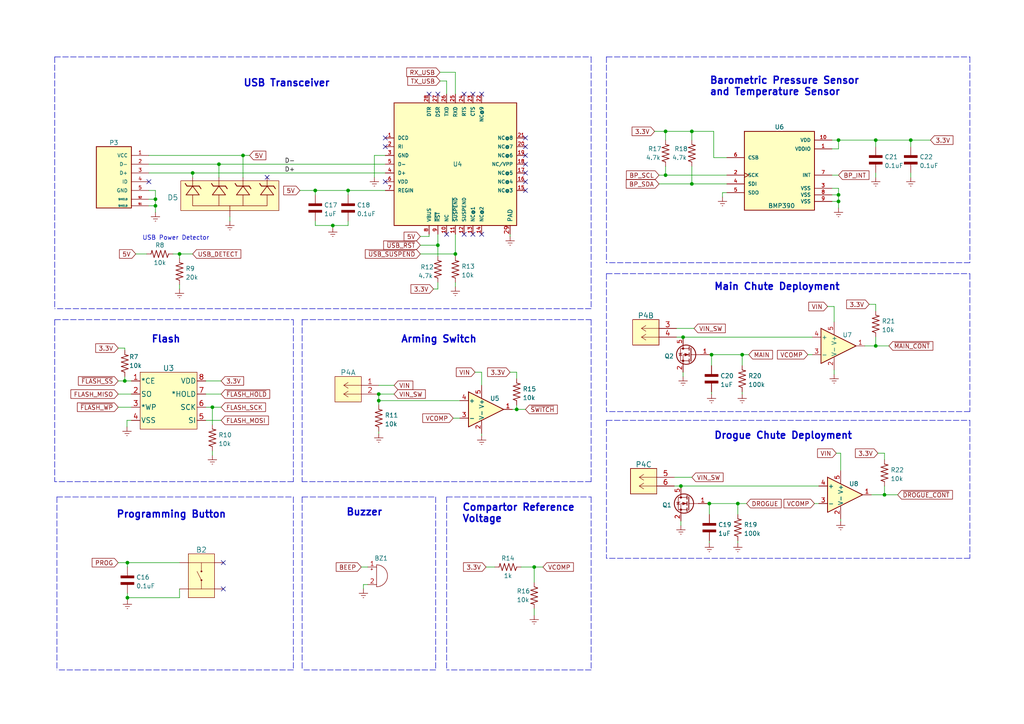
<source format=kicad_sch>
(kicad_sch (version 20211123) (generator eeschema)
  (paper "A4")
  (lib_symbols
    (symbol "Flight-Computer:1984659" (pin_names (offset 0.254) hide)
      (property "Reference" "P" (at 8.89 6.35 0))
      (symbol "1984659_0_1"
        (rectangle (start 5.08 2.54) (end 12.7 -4.826) (stroke (width 0.1524)) (fill (type background)))
      )
      (symbol "1984659_1_1"
        (polyline (pts (xy 10.16 -2.54) (xy 5.08 -2.54)) (stroke (width 0.127)))
        (polyline (pts (xy 10.16 -2.54) (xy 8.89 -3.3782)) (stroke (width 0.127)))
        (polyline (pts (xy 10.16 -2.54) (xy 8.89 -1.7018)) (stroke (width 0.127)))
        (polyline (pts (xy 10.16 0) (xy 5.08 0)) (stroke (width 0.127)))
        (polyline (pts (xy 10.16 0) (xy 8.89 -0.8382)) (stroke (width 0.127)))
        (polyline (pts (xy 10.16 0) (xy 8.89 0.8382)) (stroke (width 0.127)))
        (pin passive line (at 0 0 0) (length 5.08) (name "5") (number "1"))
        (pin passive line (at 0 -2.54 0) (length 5.08) (name "6") (number "2"))
      )
      (symbol "1984659_2_1"
        (polyline (pts (xy 5.08 2.54) (xy 5.08 -4.826)) (stroke (width 0.127)))
        (polyline (pts (xy 10.16 -2.54) (xy 5.08 -2.54)) (stroke (width 0.127)))
        (polyline (pts (xy 10.16 -2.54) (xy 8.89 -3.3782)) (stroke (width 0.127)))
        (polyline (pts (xy 10.16 -2.54) (xy 8.89 -1.7018)) (stroke (width 0.127)))
        (polyline (pts (xy 10.16 0) (xy 5.08 0)) (stroke (width 0.127)))
        (polyline (pts (xy 10.16 0) (xy 8.89 -0.8382)) (stroke (width 0.127)))
        (polyline (pts (xy 10.16 0) (xy 8.89 0.8382)) (stroke (width 0.127)))
        (polyline (pts (xy 12.7 -4.826) (xy 12.7 2.54)) (stroke (width 0.127)))
        (polyline (pts (xy 12.7 2.54) (xy 5.08 2.54)) (stroke (width 0.127)))
        (polyline (pts (xy 5.08 -4.826) (xy 8.382 -4.826) (xy 12.7 -4.826)) (stroke (width 0.127)))
        (pin passive line (at 0 0 0) (length 5.08) (name "5") (number "3"))
        (pin passive line (at 0 -2.54 0) (length 5.08) (name "6") (number "4"))
      )
      (symbol "1984659_3_1"
        (polyline (pts (xy 5.08 2.54) (xy 5.08 -4.826)) (stroke (width 0.127)))
        (polyline (pts (xy 10.16 -2.54) (xy 5.08 -2.54)) (stroke (width 0.127)))
        (polyline (pts (xy 10.16 -2.54) (xy 8.89 -3.3782)) (stroke (width 0.127)))
        (polyline (pts (xy 10.16 -2.54) (xy 8.89 -1.7018)) (stroke (width 0.127)))
        (polyline (pts (xy 10.16 0) (xy 5.08 0)) (stroke (width 0.127)))
        (polyline (pts (xy 10.16 0) (xy 8.89 -0.8382)) (stroke (width 0.127)))
        (polyline (pts (xy 10.16 0) (xy 8.89 0.8382)) (stroke (width 0.127)))
        (polyline (pts (xy 12.7 -4.826) (xy 12.7 2.54)) (stroke (width 0.127)))
        (polyline (pts (xy 12.7 2.54) (xy 5.08 2.54)) (stroke (width 0.127)))
        (polyline (pts (xy 5.08 -4.826) (xy 8.382 -4.826) (xy 12.7 -4.826)) (stroke (width 0.127)))
        (pin passive line (at 0 0 0) (length 5.08) (name "5") (number "5"))
        (pin passive line (at 0 -2.54 0) (length 5.08) (name "6") (number "6"))
      )
    )
    (symbol "Flight-Computer:AT-1438-TWT-R" (pin_names (offset 0.0254) hide)
      (property "Reference" "BZ" (at 3.81 1.27 0))
      (symbol "AT-1438-TWT-R_0_1"
        (arc (start 0 -3.175) (mid 3.175 0) (end 0 3.175))
        (polyline (pts (xy -1.651 1.905) (xy -1.143 1.905)))
        (polyline (pts (xy -1.397 2.159) (xy -1.397 1.651)))
        (polyline (pts (xy 0 3.175) (xy 0 -3.175)))
      )
      (symbol "AT-1438-TWT-R_1_1"
        (pin passive line (at -2.54 2.54 0) (length 2.54) (name "-") (number "1"))
        (pin passive line (at -2.54 -2.54 0) (length 2.54) (name "+") (number "2"))
      )
    )
    (symbol "Flight-Computer:BMP390" (pin_names (offset 1.016))
      (property "Reference" "U" (at -2.54 13.335 0))
      (property "Value" "BMP390" (at -3.81 -9.525 0))
      (symbol "BMP390_0_0"
        (rectangle (start -10.16 -10.16) (end 10.16 12.7) (stroke (width 0.254)) (fill (type background)))
        (pin power_in line (at 15.24 7.62 180) (length 5.08) (name "VDDIO") (number "1"))
        (pin power_in line (at 15.24 10.16 180) (length 5.08) (name "VDD") (number "10"))
        (pin input clock (at -15.24 0 0) (length 5.08) (name "SCK") (number "2"))
        (pin power_in line (at 15.24 -3.81 180) (length 5.08) (name "VSS") (number "3"))
        (pin input line (at -15.24 -2.54 0) (length 5.08) (name "SDI") (number "4"))
        (pin input line (at -15.24 -5.08 0) (length 5.08) (name "SDO") (number "5"))
        (pin input line (at -15.24 5.08 0) (length 5.08) (name "CSB") (number "6"))
        (pin output line (at 15.24 0 180) (length 5.08) (name "INT") (number "7"))
        (pin power_in line (at 15.24 -5.715 180) (length 5.08) (name "VSS") (number "8"))
        (pin power_in line (at 15.24 -7.62 180) (length 5.08) (name "VSS") (number "9"))
      )
    )
    (symbol "Flight-Computer:CAP_0603" (pin_numbers hide) (pin_names (offset 1.016) hide)
      (property "Reference" "C" (at -1.27 3.81 0))
      (property "Value" "CAP_0603" (at -3.81 -3.81 0))
      (symbol "CAP_0603_0_0"
        (rectangle (start -1.27 -1.905) (end -0.635 1.905) (fill (type outline)))
        (rectangle (start 0.635 -1.905) (end 1.27 1.905) (fill (type outline)))
        (pin passive line (at 3.81 0 180) (length 2.54) (name "~") (number "1"))
        (pin passive line (at -3.81 0 0) (length 2.54) (name "~") (number "2"))
      )
    )
    (symbol "Flight-Computer:CP2102-GMR(QFN28)" (pin_names (offset 1.016))
      (property "Reference" "U" (at -15.24 19.05 0))
      (symbol "CP2102-GMR(QFN28)_0_0"
        (rectangle (start -17.78 17.78) (end 17.78 -17.78) (stroke (width 0.254)) (fill (type background)))
        (pin bidirectional line (at -20.32 7.62 0) (length 2.54) (name "DCD") (number "1"))
        (pin bidirectional line (at -2.54 -20.32 90) (length 2.54) (name "NC") (number "10"))
        (pin bidirectional line (at 0 -20.32 90) (length 2.54) (name "~{SUSPEND}") (number "11"))
        (pin bidirectional line (at 2.54 -20.32 90) (length 2.54) (name "SUSPEND") (number "12"))
        (pin bidirectional line (at 5.08 -20.32 90) (length 2.54) (name "NC@1") (number "13"))
        (pin bidirectional line (at 7.62 -20.32 90) (length 2.54) (name "NC@2") (number "14"))
        (pin bidirectional line (at 20.32 -7.62 180) (length 2.54) (name "NC@3") (number "15"))
        (pin bidirectional line (at 20.32 -5.08 180) (length 2.54) (name "NC@4") (number "16"))
        (pin bidirectional line (at 20.32 -2.54 180) (length 2.54) (name "NC@5") (number "17"))
        (pin bidirectional line (at 20.32 0 180) (length 2.54) (name "NC/VPP") (number "18"))
        (pin bidirectional line (at 20.32 2.54 180) (length 2.54) (name "NC@6") (number "19"))
        (pin bidirectional line (at -20.32 5.08 0) (length 2.54) (name "RI") (number "2"))
        (pin bidirectional line (at 20.32 5.08 180) (length 2.54) (name "NC@7") (number "20"))
        (pin bidirectional line (at 20.32 7.62 180) (length 2.54) (name "NC@8") (number "21"))
        (pin bidirectional line (at 7.62 20.32 270) (length 2.54) (name "NC@9") (number "22"))
        (pin bidirectional line (at 5.08 20.32 270) (length 2.54) (name "CTS") (number "23"))
        (pin bidirectional line (at 2.54 20.32 270) (length 2.54) (name "RTS") (number "24"))
        (pin bidirectional line (at 0 20.32 270) (length 2.54) (name "RXD") (number "25"))
        (pin bidirectional line (at -2.54 20.32 270) (length 2.54) (name "TXD") (number "26"))
        (pin bidirectional line (at -5.08 20.32 270) (length 2.54) (name "DSR") (number "27"))
        (pin bidirectional line (at -7.62 20.32 270) (length 2.54) (name "DTR") (number "28"))
        (pin power_in line (at -20.32 2.54 0) (length 2.54) (name "GND") (number "3"))
        (pin bidirectional line (at -20.32 -2.54 0) (length 2.54) (name "D+") (number "4"))
        (pin bidirectional line (at -20.32 0 0) (length 2.54) (name "D-") (number "5"))
        (pin bidirectional line (at -20.32 -5.08 0) (length 2.54) (name "VDD") (number "6"))
        (pin power_in line (at -20.32 -7.62 0) (length 2.54) (name "REGIN") (number "7"))
        (pin power_in line (at -7.62 -20.32 90) (length 2.54) (name "VBUS") (number "8"))
        (pin bidirectional line (at -5.08 -20.32 90) (length 2.54) (name "~{RST}") (number "9"))
      )
      (symbol "CP2102-GMR(QFN28)_1_1"
        (pin passive line (at 15.875 -20.32 90) (length 2.54) (name "PAD") (number "29"))
      )
    )
    (symbol "Flight-Computer:Earth" (power) (pin_names (offset 0))
      (symbol "Earth_0_1"
        (polyline (pts (xy -0.635 -1.905) (xy 0.635 -1.905)))
        (polyline (pts (xy -0.127 -2.54) (xy 0.127 -2.54)))
        (polyline (pts (xy 0 -1.27) (xy 0 0)))
        (polyline (pts (xy 1.27 -1.27) (xy -1.27 -1.27)))
      )
      (symbol "Earth_1_1"
        (pin power_in line (at 0 0 270) (length 0) hide (name "Earth") (number "1"))
      )
    )
    (symbol "Flight-Computer:PTS647SM38SMTR2LFS" (pin_numbers hide) (pin_names (offset 0.254) hide)
      (property "Reference" "B" (at -1.27 8.89 0))
      (symbol "PTS647SM38SMTR2LFS_0_1"
        (rectangle (start -3.81 6.35) (end 3.81 -6.35) (stroke (width 0.1524)) (fill (type background)))
      )
      (symbol "PTS647SM38SMTR2LFS_1_1"
        (circle (center 0 -1.27) (radius 0.127) (stroke (width 0.254)))
        (polyline (pts (xy -3.81 -3.81) (xy 3.81 -3.81)) (stroke (width 0.127)))
        (polyline (pts (xy -3.81 3.81) (xy 3.81 3.81)) (stroke (width 0.127)))
        (polyline (pts (xy 0 -1.27) (xy -1.27 1.27)) (stroke (width 0.127)))
        (polyline (pts (xy 0 -1.27) (xy 0 -3.81)) (stroke (width 0.127)))
        (polyline (pts (xy 0 3.81) (xy 0 1.27)) (stroke (width 0.127)))
        (circle (center 0 1.27) (radius 0.127) (stroke (width 0.254)))
        (arc (start 0.127 -1.27) (mid -0.127 -1.27) (end 0.127 -1.27) (stroke (width 0.254)))
        (arc (start 0.127 1.27) (mid -0.127 1.27) (end 0.127 1.27) (stroke (width 0.254)))
        (pin passive line (at -6.35 -3.81 0) (length 2.54) (name "1") (number "1"))
        (pin passive line (at 6.35 3.81 180) (length 2.54) (name "2") (number "2"))
        (pin passive line (at -6.35 3.81 0) (length 2.54) (name "3") (number "3"))
        (pin passive line (at 6.35 -3.81 180) (length 2.54) (name "4") (number "4"))
      )
    )
    (symbol "Flight-Computer:QS5U17TR" (pin_names hide)
      (property "Reference" "Q" (at 5.08 1.905 0))
      (symbol "QS5U17TR_0_1"
        (polyline (pts (xy 0.254 0) (xy -2.54 0)))
        (polyline (pts (xy 0.254 1.905) (xy 0.254 -1.905)) (stroke (width 0.254)))
        (polyline (pts (xy 0.762 -1.27) (xy 0.762 -2.286)) (stroke (width 0.254)))
        (polyline (pts (xy 0.762 0.508) (xy 0.762 -0.508)) (stroke (width 0.254)))
        (polyline (pts (xy 0.762 2.286) (xy 0.762 1.27)) (stroke (width 0.254)))
        (polyline (pts (xy 2.54 2.54) (xy 2.54 1.778)))
        (polyline (pts (xy 2.54 -2.54) (xy 2.54 0) (xy 0.762 0)))
        (polyline (pts (xy 0.762 -1.778) (xy 3.302 -1.778) (xy 3.302 1.778) (xy 0.762 1.778)))
        (polyline (pts (xy 1.016 0) (xy 2.032 0.381) (xy 2.032 -0.381) (xy 1.016 0)) (fill (type outline)))
        (polyline (pts (xy 2.794 0.508) (xy 2.921 0.381) (xy 3.683 0.381) (xy 3.81 0.254)))
        (polyline (pts (xy 3.302 0.381) (xy 2.921 -0.254) (xy 3.683 -0.254) (xy 3.302 0.381)))
        (circle (center 1.651 0) (radius 2.794) (stroke (width 0.254)))
        (circle (center 2.54 -1.778) (radius 0.254) (fill (type outline)))
        (circle (center 2.54 1.778) (radius 0.254) (fill (type outline)))
      )
      (symbol "QS5U17TR_1_1"
        (pin input line (at -5.08 0 0) (length 2.54) (name "G") (number "1"))
        (pin passive line (at 2.54 -5.08 90) (length 2.54) (name "S") (number "2"))
        (pin no_connect line (at 8.89 0.635 270) (length 2.54) hide (name "") (number "3"))
        (pin no_connect line (at 11.43 0.635 270) (length 2.54) hide (name "") (number "4"))
        (pin passive line (at 2.54 5.08 270) (length 2.54) (name "D") (number "5"))
      )
    )
    (symbol "Flight-Computer:RES_0603" (pin_numbers hide) (pin_names (offset 1.016) hide)
      (property "Reference" "R" (at -1.27 1.27 0))
      (property "Value" "RES_0603" (at -3.81 -2.54 0))
      (symbol "RES_0603_0_0"
        (polyline (pts (xy -2.54 0) (xy -2.159 1.016)) (stroke (width 0.2032)))
        (polyline (pts (xy -2.159 1.016) (xy -1.524 -1.016)) (stroke (width 0.2032)))
        (polyline (pts (xy -1.524 -1.016) (xy -0.889 1.016)) (stroke (width 0.2032)))
        (polyline (pts (xy -0.889 1.016) (xy -0.254 -1.016)) (stroke (width 0.2032)))
        (polyline (pts (xy -0.254 -1.016) (xy 0.381 1.016)) (stroke (width 0.2032)))
        (polyline (pts (xy 0.381 1.016) (xy 1.016 -1.016)) (stroke (width 0.2032)))
        (polyline (pts (xy 1.016 -1.016) (xy 1.651 1.016)) (stroke (width 0.2032)))
        (polyline (pts (xy 1.651 1.016) (xy 2.286 -1.016)) (stroke (width 0.2032)))
        (polyline (pts (xy 2.286 -1.016) (xy 2.54 0)) (stroke (width 0.2032)))
        (pin passive line (at -3.81 0 0) (length 1.27) (name "~") (number "1"))
        (pin passive line (at 3.81 0 180) (length 1.27) (name "~") (number "2"))
      )
    )
    (symbol "Flight-Computer:SP0504BAHTG" (pin_numbers hide) (pin_names hide)
      (property "Reference" "D" (at -15.748 1.905 0))
      (symbol "SP0504BAHTG_0_1"
        (rectangle (start -14.224 4.699) (end 14.224 -3.937) (stroke (width 0.1524)) (fill (type background)))
        (polyline (pts (xy -8.89 3.175) (xy -8.382 2.413)) (stroke (width 0.254)))
        (polyline (pts (xy -3.175 0.635) (xy -3.175 -2.54)) (stroke (width 0.1524)))
        (polyline (pts (xy 3.81 0.635) (xy 3.81 -2.54)) (stroke (width 0.1524)))
        (polyline (pts (xy -8.89 3.175) (xy -12.446 3.175) (xy -12.954 3.937)) (stroke (width 0.254)))
        (polyline (pts (xy 10.795 0.635) (xy 10.795 -2.54) (xy 0 -2.54)) (stroke (width 0.1524)))
        (polyline (pts (xy 0 -3.175) (xy 0 -2.54) (xy -10.795 -2.54) (xy -10.795 0.635)) (stroke (width 0.1524)))
      )
      (symbol "SP0504BAHTG_1_1"
        (polyline (pts (xy -12.7 0.635) (xy -8.89 0.635)) (stroke (width 0.2032)))
        (polyline (pts (xy -10.795 3.175) (xy -12.7 0.635)) (stroke (width 0.2032)))
        (polyline (pts (xy -8.89 0.635) (xy -10.795 3.175)) (stroke (width 0.2032)))
        (polyline (pts (xy -5.08 0.635) (xy -1.27 0.635)) (stroke (width 0.2032)))
        (polyline (pts (xy -3.175 3.175) (xy -5.08 0.635)) (stroke (width 0.2032)))
        (polyline (pts (xy -1.27 0.635) (xy -3.175 3.175)) (stroke (width 0.2032)))
        (polyline (pts (xy -1.27 3.175) (xy -0.762 2.413)) (stroke (width 0.254)))
        (polyline (pts (xy 1.905 0.635) (xy 5.715 0.635)) (stroke (width 0.2032)))
        (polyline (pts (xy 3.81 3.175) (xy 1.905 0.635)) (stroke (width 0.2032)))
        (polyline (pts (xy 5.588 3.175) (xy 6.096 2.413)) (stroke (width 0.254)))
        (polyline (pts (xy 5.715 0.635) (xy 3.81 3.175)) (stroke (width 0.2032)))
        (polyline (pts (xy 8.89 0.635) (xy 12.7 0.635)) (stroke (width 0.2032)))
        (polyline (pts (xy 10.795 3.175) (xy 8.89 0.635)) (stroke (width 0.2032)))
        (polyline (pts (xy 12.7 0.635) (xy 10.795 3.175)) (stroke (width 0.2032)))
        (polyline (pts (xy 12.7 3.175) (xy 13.208 2.413)) (stroke (width 0.254)))
        (polyline (pts (xy -1.27 3.175) (xy -4.826 3.175) (xy -5.334 3.937)) (stroke (width 0.254)))
        (polyline (pts (xy 5.588 3.175) (xy 2.032 3.175) (xy 1.524 3.937)) (stroke (width 0.254)))
        (polyline (pts (xy 12.7 3.175) (xy 9.144 3.175) (xy 8.636 3.937)) (stroke (width 0.254)))
        (pin passive line (at -10.795 5.715 270) (length 2.54) (name "~") (number "1"))
        (pin passive line (at 0 -5.715 90) (length 2.54) (name "~") (number "2"))
        (pin passive line (at -3.175 5.715 270) (length 2.54) (name "~") (number "3"))
        (pin passive line (at 3.81 5.715 270) (length 2.54) (name "~") (number "4"))
        (pin passive line (at 10.795 5.715 270) (length 2.54) (name "~") (number "5"))
      )
    )
    (symbol "Flight-Computer:SST25VF040B-50-4I-S2AE-T" (pin_names (offset 0.254))
      (property "Reference" "U" (at -2.54 6.35 0))
      (symbol "SST25VF040B-50-4I-S2AE-T_1_1"
        (rectangle (start -8.89 5.08) (end 7.62 -11.43) (stroke (width 0.1524)) (fill (type background)))
        (pin input line (at -11.43 2.54 0) (length 2.54) (name "*CE") (number "1"))
        (pin output line (at -11.43 -1.27 0) (length 2.54) (name "SO") (number "2"))
        (pin input line (at -11.43 -5.08 0) (length 2.54) (name "*WP") (number "3"))
        (pin power_in line (at -11.43 -8.89 0) (length 2.54) (name "VSS") (number "4"))
        (pin input line (at 10.16 -8.89 180) (length 2.54) (name "SI") (number "5"))
        (pin input line (at 10.16 -5.08 180) (length 2.54) (name "SCK") (number "6"))
        (pin input line (at 10.16 -1.27 180) (length 2.54) (name "*HOLD") (number "7"))
        (pin power_in line (at 10.16 2.54 180) (length 2.54) (name "VDD") (number "8"))
      )
    )
    (symbol "Flight-Computer:TS391IYLT" (pin_names (offset 0.127))
      (property "Reference" "U" (at 1.27 3.81 0))
      (symbol "TS391IYLT_0_1"
        (polyline (pts (xy -5.08 5.08) (xy 5.08 0) (xy -5.08 -5.08) (xy -5.08 5.08)) (stroke (width 0.254)) (fill (type background)))
      )
      (symbol "TS391IYLT_1_1"
        (pin open_collector line (at 7.62 0 180) (length 2.54) (name "~") (number "1"))
        (pin power_in line (at -1.27 -6.985 90) (length 3.81) (name "V-") (number "2"))
        (pin input line (at -7.62 -2.54 0) (length 2.54) (name "-") (number "3"))
        (pin input line (at -7.62 2.54 0) (length 2.54) (name "+") (number "4"))
        (pin passive line (at -1.27 6.985 270) (length 3.81) (name "V+") (number "5"))
      )
    )
    (symbol "Flight-Computer:USB" (pin_names (offset 1.016))
      (property "Reference" "P" (at -5.08 10.922 0))
      (symbol "USB_0_0"
        (rectangle (start -5.08 -7.62) (end 5.08 10.16) (stroke (width 0.254)) (fill (type background)))
        (pin power_out line (at -10.16 7.62 0) (length 5.08) (name "VCC") (number "1"))
        (pin bidirectional line (at -10.16 5.08 0) (length 5.08) (name "D-") (number "2"))
        (pin bidirectional line (at -10.16 2.54 0) (length 5.08) (name "D+") (number "3"))
        (pin power_out line (at -10.16 0 0) (length 5.08) (name "ID") (number "4"))
        (pin power_out line (at -10.16 -2.54 0) (length 5.08) (name "GND") (number "5"))
        (pin passive line (at -10.16 -6.985 0) (length 5.08) (name "SHIELD") (number "S1"))
        (pin passive line (at -10.16 -5.08 0) (length 5.08) (name "SHIELD") (number "S2"))
      )
    )
    (symbol "RES_0603_1" (pin_numbers hide) (pin_names (offset 1.016) hide)
      (property "Reference" "R" (at -1.27 1.27 0))
      (property "Value" "RES_0603_1" (at -3.81 -2.54 0))
      (symbol "RES_0603_1_0_0"
        (polyline (pts (xy -2.54 0) (xy -2.159 1.016)) (stroke (width 0.2032)))
        (polyline (pts (xy -2.159 1.016) (xy -1.524 -1.016)) (stroke (width 0.2032)))
        (polyline (pts (xy -1.524 -1.016) (xy -0.889 1.016)) (stroke (width 0.2032)))
        (polyline (pts (xy -0.889 1.016) (xy -0.254 -1.016)) (stroke (width 0.2032)))
        (polyline (pts (xy -0.254 -1.016) (xy 0.381 1.016)) (stroke (width 0.2032)))
        (polyline (pts (xy 0.381 1.016) (xy 1.016 -1.016)) (stroke (width 0.2032)))
        (polyline (pts (xy 1.016 -1.016) (xy 1.651 1.016)) (stroke (width 0.2032)))
        (polyline (pts (xy 1.651 1.016) (xy 2.286 -1.016)) (stroke (width 0.2032)))
        (polyline (pts (xy 2.286 -1.016) (xy 2.54 0)) (stroke (width 0.2032)))
        (pin passive line (at -3.81 0 0) (length 1.27) (name "~") (number "1"))
        (pin passive line (at 3.81 0 180) (length 1.27) (name "~") (number "2"))
      )
    )
    (symbol "RES_0603_7" (pin_numbers hide) (pin_names (offset 1.016) hide)
      (property "Reference" "R" (at -1.27 1.27 0))
      (property "Value" "RES_0603_7" (at -3.81 -2.54 0))
      (symbol "RES_0603_7_0_0"
        (polyline (pts (xy -2.54 0) (xy -2.159 1.016)) (stroke (width 0.2032)))
        (polyline (pts (xy -2.159 1.016) (xy -1.524 -1.016)) (stroke (width 0.2032)))
        (polyline (pts (xy -1.524 -1.016) (xy -0.889 1.016)) (stroke (width 0.2032)))
        (polyline (pts (xy -0.889 1.016) (xy -0.254 -1.016)) (stroke (width 0.2032)))
        (polyline (pts (xy -0.254 -1.016) (xy 0.381 1.016)) (stroke (width 0.2032)))
        (polyline (pts (xy 0.381 1.016) (xy 1.016 -1.016)) (stroke (width 0.2032)))
        (polyline (pts (xy 1.016 -1.016) (xy 1.651 1.016)) (stroke (width 0.2032)))
        (polyline (pts (xy 1.651 1.016) (xy 2.286 -1.016)) (stroke (width 0.2032)))
        (polyline (pts (xy 2.286 -1.016) (xy 2.54 0)) (stroke (width 0.2032)))
        (pin passive line (at -3.81 0 0) (length 1.27) (name "~") (number "1"))
        (pin passive line (at 3.81 0 180) (length 1.27) (name "~") (number "2"))
      )
    )
  )
  (junction (at 154.94 164.465))
  (junction (at 96.52 65.405))
  (junction (at 127 71.12))
  (junction (at 254 40.64))
  (junction (at 36.195 110.49))
  (junction (at 243.205 58.42))
  (junction (at 205.74 146.05))
  (junction (at 61.595 118.11))
  (junction (at 206.375 102.87))
  (junction (at 70.485 45.085))
  (junction (at 256.54 143.51))
  (junction (at 215.265 102.87))
  (junction (at 243.205 40.64))
  (junction (at 109.855 116.205))
  (junction (at 100.965 55.245))
  (junction (at 243.205 56.515))
  (junction (at 55.88 50.165))
  (junction (at 200.66 53.34))
  (junction (at 149.86 118.745))
  (junction (at 52.07 73.66))
  (junction (at 254 100.33))
  (junction (at 36.957 173.355))
  (junction (at 132.08 73.66))
  (junction (at 36.957 163.195))
  (junction (at 200.66 38.1))
  (junction (at 197.485 140.97))
  (junction (at 198.12 97.79))
  (junction (at 91.44 55.245))
  (junction (at 45.085 57.785))
  (junction (at 213.995 146.05))
  (junction (at 193.04 50.8))
  (junction (at 193.04 38.1))
  (junction (at 45.085 59.69))
  (junction (at 109.855 114.3))
  (junction (at 264.16 40.64))
  (junction (at 63.5 47.625))
  (no_connect (at 139.7 67.945))
  (no_connect (at 137.16 27.305))
  (no_connect (at 152.4 55.245))
  (no_connect (at 77.47 51.435))
  (no_connect (at 152.4 50.165))
  (no_connect (at 152.4 47.625))
  (no_connect (at 43.18 52.705))
  (no_connect (at 111.76 42.545))
  (no_connect (at 139.7 27.305))
  (no_connect (at 137.16 67.945))
  (no_connect (at 152.4 42.545))
  (no_connect (at 111.76 40.005))
  (no_connect (at 64.77 170.815))
  (no_connect (at 111.76 52.705))
  (no_connect (at 129.54 67.945))
  (no_connect (at 124.46 27.305))
  (no_connect (at 152.4 52.705))
  (no_connect (at 134.62 67.945))
  (no_connect (at 134.62 27.305))
  (no_connect (at 64.77 163.195))
  (no_connect (at 152.4 40.005))
  (no_connect (at 152.4 45.085))
  (no_connect (at 127 27.305))
  (wire (pts (xy 34.29 110.49) (xy 36.195 110.49)))
  (wire (pts (xy 109.855 114.3) (xy 114.3 114.3)))
  (wire (pts (xy 205.74 156.845) (xy 205.74 157.48)))
  (wire (pts (xy 210.82 55.88) (xy 209.55 55.88)))
  (wire (pts (xy 45.085 57.785) (xy 45.085 59.69)))
  (polyline (pts (xy 87.63 144.145) (xy 126.365 144.145)))
  (polyline (pts (xy 87.63 92.71) (xy 87.63 139.7)))
  (wire (pts (xy 100.965 65.405) (xy 96.52 65.405)))
  (wire (pts (xy 109.855 116.205) (xy 133.35 116.205)))
  (wire (pts (xy 252.73 143.51) (xy 256.54 143.51)))
  (wire (pts (xy 254 40.64) (xy 264.16 40.64)))
  (wire (pts (xy 132.08 67.945) (xy 132.08 73.66)))
  (wire (pts (xy 198.12 97.79) (xy 235.585 97.79)))
  (wire (pts (xy 154.94 176.53) (xy 154.94 178.435)))
  (wire (pts (xy 206.375 102.87) (xy 206.375 106.045)))
  (wire (pts (xy 100.965 64.135) (xy 100.965 65.405)))
  (wire (pts (xy 111.76 45.085) (xy 108.585 45.085)))
  (wire (pts (xy 140.97 164.465) (xy 143.51 164.465)))
  (wire (pts (xy 243.205 56.515) (xy 243.205 58.42)))
  (wire (pts (xy 43.18 45.085) (xy 70.485 45.085)))
  (wire (pts (xy 240.03 88.9) (xy 241.935 88.9)))
  (polyline (pts (xy 281.305 76.2) (xy 175.895 76.2)))
  (wire (pts (xy 197.485 140.97) (xy 237.49 140.97)))
  (wire (pts (xy 36.195 100.965) (xy 36.195 101.6)))
  (wire (pts (xy 242.57 131.445) (xy 243.84 131.445)))
  (wire (pts (xy 61.595 130.81) (xy 61.595 132.08)))
  (wire (pts (xy 193.04 50.8) (xy 210.82 50.8)))
  (wire (pts (xy 264.16 50.165) (xy 264.16 51.435)))
  (polyline (pts (xy 281.305 161.925) (xy 175.895 161.925)))
  (polyline (pts (xy 171.45 16.51) (xy 171.45 89.535)))
  (wire (pts (xy 241.3 54.61) (xy 243.205 54.61)))
  (wire (pts (xy 36.957 172.085) (xy 36.957 173.355)))
  (wire (pts (xy 59.69 114.3) (xy 64.135 114.3)))
  (wire (pts (xy 198.12 107.95) (xy 198.12 109.22)))
  (wire (pts (xy 193.04 38.1) (xy 193.04 40.64)))
  (wire (pts (xy 241.935 107.315) (xy 241.935 108.585)))
  (polyline (pts (xy 87.63 92.71) (xy 171.45 92.71)))
  (wire (pts (xy 36.957 173.355) (xy 52.07 173.355)))
  (wire (pts (xy 191.135 53.34) (xy 200.66 53.34)))
  (polyline (pts (xy 15.875 16.51) (xy 15.875 89.535)))
  (wire (pts (xy 213.995 146.05) (xy 213.995 149.225)))
  (wire (pts (xy 104.775 164.465) (xy 106.68 164.465)))
  (polyline (pts (xy 175.895 79.375) (xy 281.305 79.375)))
  (wire (pts (xy 200.66 38.1) (xy 200.66 40.64)))
  (wire (pts (xy 264.16 40.64) (xy 269.875 40.64)))
  (wire (pts (xy 127.635 20.955) (xy 132.08 20.955)))
  (wire (pts (xy 129.54 23.495) (xy 129.54 27.305)))
  (wire (pts (xy 124.46 68.58) (xy 124.46 67.945)))
  (wire (pts (xy 36.195 109.22) (xy 36.195 110.49)))
  (wire (pts (xy 254 88.265) (xy 254 90.17)))
  (wire (pts (xy 250.825 100.33) (xy 254 100.33)))
  (wire (pts (xy 205.74 146.05) (xy 205.74 149.225)))
  (wire (pts (xy 189.865 38.1) (xy 193.04 38.1)))
  (polyline (pts (xy 87.63 144.145) (xy 87.63 194.31)))
  (wire (pts (xy 215.265 102.87) (xy 215.265 106.045)))
  (wire (pts (xy 151.13 164.465) (xy 154.94 164.465)))
  (wire (pts (xy 207.01 38.1) (xy 207.01 45.72)))
  (wire (pts (xy 38.1 121.92) (xy 36.83 121.92)))
  (wire (pts (xy 149.86 107.95) (xy 149.86 109.855)))
  (wire (pts (xy 193.04 38.1) (xy 200.66 38.1)))
  (wire (pts (xy 52.07 73.66) (xy 55.88 73.66)))
  (wire (pts (xy 139.7 107.95) (xy 139.7 111.76)))
  (wire (pts (xy 91.44 64.135) (xy 91.44 65.405)))
  (wire (pts (xy 45.085 55.245) (xy 45.085 57.785)))
  (wire (pts (xy 105.41 169.545) (xy 105.41 170.815)))
  (polyline (pts (xy 16.51 144.145) (xy 16.51 194.31)))
  (polyline (pts (xy 171.45 92.71) (xy 171.45 139.7)))
  (wire (pts (xy 196.215 97.79) (xy 198.12 97.79)))
  (wire (pts (xy 254 100.33) (xy 254 97.79)))
  (wire (pts (xy 137.795 107.95) (xy 139.7 107.95)))
  (wire (pts (xy 127 71.12) (xy 127 74.295)))
  (polyline (pts (xy 85.09 194.31) (xy 16.51 194.31)))
  (wire (pts (xy 34.29 118.11) (xy 38.1 118.11)))
  (wire (pts (xy 256.54 143.51) (xy 256.54 140.97)))
  (wire (pts (xy 63.5 47.625) (xy 63.5 51.435)))
  (wire (pts (xy 243.84 131.445) (xy 243.84 136.525)))
  (wire (pts (xy 148.59 118.745) (xy 149.86 118.745)))
  (wire (pts (xy 200.66 48.26) (xy 200.66 53.34)))
  (polyline (pts (xy 171.45 89.535) (xy 15.875 89.535)))
  (wire (pts (xy 254 40.64) (xy 254 42.545)))
  (wire (pts (xy 243.205 43.18) (xy 243.205 40.64)))
  (polyline (pts (xy 126.365 144.145) (xy 126.365 194.31)))
  (wire (pts (xy 254.635 131.445) (xy 256.54 131.445)))
  (wire (pts (xy 195.58 138.43) (xy 200.66 138.43)))
  (wire (pts (xy 195.58 140.97) (xy 197.485 140.97)))
  (wire (pts (xy 256.54 131.445) (xy 256.54 133.35)))
  (wire (pts (xy 241.935 88.9) (xy 241.935 93.345)))
  (wire (pts (xy 91.44 65.405) (xy 96.52 65.405)))
  (wire (pts (xy 131.445 121.285) (xy 133.35 121.285)))
  (wire (pts (xy 149.86 118.745) (xy 152.4 118.745)))
  (wire (pts (xy 59.69 118.11) (xy 61.595 118.11)))
  (wire (pts (xy 241.3 40.64) (xy 243.205 40.64)))
  (wire (pts (xy 200.66 38.1) (xy 207.01 38.1)))
  (wire (pts (xy 96.52 65.405) (xy 96.52 66.04)))
  (polyline (pts (xy 175.895 16.51) (xy 281.305 16.51)))
  (wire (pts (xy 154.94 164.465) (xy 157.48 164.465)))
  (polyline (pts (xy 171.45 139.7) (xy 87.63 139.7)))
  (wire (pts (xy 91.44 55.245) (xy 100.965 55.245)))
  (wire (pts (xy 109.855 111.76) (xy 114.3 111.76)))
  (wire (pts (xy 36.957 163.195) (xy 52.07 163.195)))
  (polyline (pts (xy 15.875 92.71) (xy 15.875 139.7)))
  (polyline (pts (xy 281.305 79.375) (xy 281.305 119.38)))
  (wire (pts (xy 50.165 73.66) (xy 52.07 73.66)))
  (wire (pts (xy 52.07 82.55) (xy 52.07 83.82)))
  (wire (pts (xy 70.485 45.085) (xy 70.485 51.435)))
  (wire (pts (xy 36.957 173.355) (xy 36.957 173.99)))
  (wire (pts (xy 66.675 62.865) (xy 66.675 64.135)))
  (wire (pts (xy 121.92 71.12) (xy 127 71.12)))
  (wire (pts (xy 127 83.82) (xy 125.73 83.82)))
  (polyline (pts (xy 281.305 16.51) (xy 281.305 76.2)))
  (wire (pts (xy 252.095 88.265) (xy 254 88.265)))
  (wire (pts (xy 39.37 73.66) (xy 42.545 73.66)))
  (polyline (pts (xy 281.305 121.92) (xy 281.305 161.925)))
  (wire (pts (xy 205.74 102.87) (xy 206.375 102.87)))
  (polyline (pts (xy 15.875 16.51) (xy 171.45 16.51)))
  (polyline (pts (xy 129.54 144.145) (xy 171.45 144.145)))
  (wire (pts (xy 196.215 95.25) (xy 201.295 95.25)))
  (polyline (pts (xy 85.09 139.7) (xy 15.875 139.7)))
  (polyline (pts (xy 85.09 92.71) (xy 85.09 139.7)))
  (wire (pts (xy 241.3 43.18) (xy 243.205 43.18)))
  (wire (pts (xy 121.92 68.58) (xy 124.46 68.58)))
  (wire (pts (xy 70.485 45.085) (xy 72.39 45.085)))
  (polyline (pts (xy 175.895 16.51) (xy 175.895 76.2)))
  (wire (pts (xy 234.315 102.87) (xy 235.585 102.87)))
  (polyline (pts (xy 16.51 144.145) (xy 85.09 144.145)))
  (wire (pts (xy 241.3 50.8) (xy 243.205 50.8)))
  (polyline (pts (xy 175.895 79.375) (xy 175.895 119.38)))
  (wire (pts (xy 132.08 74.295) (xy 132.08 73.66)))
  (wire (pts (xy 213.995 146.05) (xy 216.535 146.05)))
  (wire (pts (xy 243.205 58.42) (xy 243.205 60.325)))
  (wire (pts (xy 213.995 156.845) (xy 213.995 157.48)))
  (wire (pts (xy 34.29 163.195) (xy 36.957 163.195)))
  (wire (pts (xy 36.957 164.465) (xy 36.957 163.195)))
  (wire (pts (xy 243.84 150.495) (xy 243.84 151.13)))
  (wire (pts (xy 209.55 55.88) (xy 209.55 57.15)))
  (wire (pts (xy 149.86 117.475) (xy 149.86 118.745)))
  (wire (pts (xy 63.5 47.625) (xy 111.76 47.625)))
  (polyline (pts (xy 126.365 194.31) (xy 87.63 194.31)))
  (wire (pts (xy 59.69 121.92) (xy 64.135 121.92)))
  (wire (pts (xy 236.22 146.05) (xy 237.49 146.05)))
  (wire (pts (xy 127 71.12) (xy 127 67.945)))
  (wire (pts (xy 45.085 59.69) (xy 45.085 61.595)))
  (wire (pts (xy 43.18 47.625) (xy 63.5 47.625)))
  (wire (pts (xy 86.995 55.245) (xy 91.44 55.245)))
  (wire (pts (xy 34.29 114.3) (xy 38.1 114.3)))
  (wire (pts (xy 109.855 125.73) (xy 109.855 125.095)))
  (polyline (pts (xy 175.895 121.92) (xy 281.305 121.92)))
  (wire (pts (xy 127 81.915) (xy 127 83.82)))
  (wire (pts (xy 61.595 118.11) (xy 61.595 123.19)))
  (wire (pts (xy 52.07 73.66) (xy 52.07 74.93)))
  (wire (pts (xy 241.3 58.42) (xy 243.205 58.42)))
  (wire (pts (xy 243.205 54.61) (xy 243.205 56.515)))
  (wire (pts (xy 106.68 169.545) (xy 105.41 169.545)))
  (wire (pts (xy 191.135 50.8) (xy 193.04 50.8)))
  (wire (pts (xy 193.04 48.26) (xy 193.04 50.8)))
  (wire (pts (xy 36.83 121.92) (xy 36.83 123.825)))
  (wire (pts (xy 243.205 40.64) (xy 254 40.64)))
  (wire (pts (xy 121.92 73.66) (xy 132.08 73.66)))
  (wire (pts (xy 127.635 23.495) (xy 129.54 23.495)))
  (wire (pts (xy 132.08 20.955) (xy 132.08 27.305)))
  (wire (pts (xy 256.54 143.51) (xy 260.35 143.51)))
  (wire (pts (xy 132.08 81.915) (xy 132.08 83.185)))
  (wire (pts (xy 197.485 151.13) (xy 197.485 152.4)))
  (wire (pts (xy 241.3 56.515) (xy 243.205 56.515)))
  (wire (pts (xy 200.66 53.34) (xy 210.82 53.34)))
  (wire (pts (xy 254 100.33) (xy 257.81 100.33)))
  (wire (pts (xy 43.18 55.245) (xy 45.085 55.245)))
  (wire (pts (xy 147.955 67.945) (xy 147.955 68.58)))
  (wire (pts (xy 205.105 146.05) (xy 205.74 146.05)))
  (wire (pts (xy 91.44 55.245) (xy 91.44 56.515)))
  (wire (pts (xy 55.88 50.165) (xy 55.88 51.435)))
  (wire (pts (xy 215.265 113.665) (xy 215.265 114.3)))
  (wire (pts (xy 147.955 107.95) (xy 149.86 107.95)))
  (wire (pts (xy 34.29 100.965) (xy 36.195 100.965)))
  (wire (pts (xy 43.18 50.165) (xy 55.88 50.165)))
  (wire (pts (xy 139.7 125.73) (xy 139.7 126.365)))
  (wire (pts (xy 206.375 102.87) (xy 215.265 102.87)))
  (wire (pts (xy 109.855 117.475) (xy 109.855 116.205)))
  (wire (pts (xy 100.965 55.245) (xy 100.965 56.515)))
  (wire (pts (xy 215.265 102.87) (xy 217.17 102.87)))
  (wire (pts (xy 100.965 55.245) (xy 111.76 55.245)))
  (polyline (pts (xy 175.895 121.92) (xy 175.895 161.925)))
  (wire (pts (xy 109.855 114.3) (xy 109.855 116.205)))
  (wire (pts (xy 254 50.165) (xy 254 51.435)))
  (wire (pts (xy 52.07 170.815) (xy 52.07 173.355)))
  (wire (pts (xy 55.88 50.165) (xy 111.76 50.165)))
  (wire (pts (xy 43.18 57.785) (xy 45.085 57.785)))
  (polyline (pts (xy 15.875 92.71) (xy 85.09 92.71)))
  (polyline (pts (xy 171.45 194.31) (xy 129.54 194.31)))
  (wire (pts (xy 206.375 113.665) (xy 206.375 114.3)))
  (polyline (pts (xy 281.305 119.38) (xy 175.895 119.38)))
  (wire (pts (xy 43.18 59.69) (xy 45.085 59.69)))
  (polyline (pts (xy 129.54 144.145) (xy 129.54 194.31)))
  (polyline (pts (xy 171.45 144.145) (xy 171.45 194.31)))
  (wire (pts (xy 154.94 164.465) (xy 154.94 168.91)))
  (wire (pts (xy 264.16 40.64) (xy 264.16 42.545)))
  (wire (pts (xy 108.585 45.085) (xy 108.585 51.435)))
  (polyline (pts (xy 85.09 144.145) (xy 85.09 194.31)))
  (wire (pts (xy 36.195 110.49) (xy 38.1 110.49)))
  (wire (pts (xy 59.69 110.49) (xy 64.135 110.49)))
  (wire (pts (xy 205.74 146.05) (xy 213.995 146.05)))
  (wire (pts (xy 61.595 118.11) (xy 64.135 118.11)))
  (wire (pts (xy 207.01 45.72) (xy 210.82 45.72)))
  (text "Drogue Chute Deployment" (at 207.01 127.635 0) (effects (font (size 2.032 2.032) (thickness 0.4064) bold) (justify left bottom)))
  (text "Barometric Pressure Sensor\nand Temperature Sensor" (at 205.74 27.94 0) (effects (font (size 2.032 2.032) bold) (justify left bottom)))
  (text "Arming Switch" (at 116.205 99.695 0) (effects (font (size 2.032 2.032) (thickness 0.4064) bold) (justify left bottom)))
  (text "Buzzer" (at 100.33 149.86 0) (effects (font (size 2.032 2.032) (thickness 0.4064) bold) (justify left bottom)))
  (text "Main Chute Deployment" (at 207.01 84.455 0) (effects (font (size 2.032 2.032) (thickness 0.4064) bold) (justify left bottom)))
  (text "Programming Button" (at 33.655 150.495 0) (effects (font (size 2.032 2.032) (thickness 0.4064) bold) (justify left bottom)))
  (text "USB Power Detector" (at 41.275 69.85 0) (effects (font (size 1.27 1.27)) (justify left bottom)))
  (text "USB Transceiver" (at 70.485 25.4 0) (effects (font (size 2.032 2.032) (thickness 0.4064) bold) (justify left bottom)))
  (text "Flash" (at 43.815 99.695 0) (effects (font (size 2.032 2.032) (thickness 0.4064) bold) (justify left bottom)))
  (text "Compartor Reference\nVoltage" (at 133.985 151.765 0) (effects (font (size 2.032 2.032) (thickness 0.4064) bold) (justify left bottom)))
  (label "D+" (at 82.55 50.165 0))
  (label "D-" (at 82.55 47.625 0))
  (global_label "5V" (shape input) (at 72.39 45.085 0) (property "Intersheet References" "${INTERSHEET_REFS}" (effects hide)))
  (global_label "~{SWITCH}" (shape input) (at 152.4 118.745 0) (property "Intersheet References" "${INTERSHEET_REFS}" (effects hide)))
  (global_label "VIN_SW" (shape input) (at 114.3 114.3 0) (property "Intersheet References" "${INTERSHEET_REFS}" (effects hide)))
  (global_label "~{USB_RST}" (shape input) (at 121.92 71.12 180) (property "Intersheet References" "${INTERSHEET_REFS}" (effects hide)))
  (global_label "BEEP" (shape input) (at 104.775 164.465 180) (property "Intersheet References" "${INTERSHEET_REFS}" (effects hide)))
  (global_label "3.3V" (shape input) (at 34.29 100.965 180) (property "Intersheet References" "${INTERSHEET_REFS}" (effects hide)))
  (global_label "VCOMP" (shape input) (at 131.445 121.285 180) (property "Intersheet References" "${INTERSHEET_REFS}" (effects hide)))
  (global_label "~{FLASH_WP}" (shape input) (at 34.29 118.11 180) (property "Intersheet References" "${INTERSHEET_REFS}" (effects hide)))
  (global_label "FLASH_SCK" (shape input) (at 64.135 118.11 0) (property "Intersheet References" "${INTERSHEET_REFS}" (effects hide)))
  (global_label "TX_USB" (shape input) (at 127.635 23.495 180) (property "Intersheet References" "${INTERSHEET_REFS}" (effects hide)))
  (global_label "~{FLASH_SS}" (shape input) (at 34.29 110.49 180) (property "Intersheet References" "${INTERSHEET_REFS}" (effects hide)))
  (global_label "3.3V" (shape input) (at 125.73 83.82 180) (property "Intersheet References" "${INTERSHEET_REFS}" (effects hide)))
  (global_label "~{USB_SUSPEND}" (shape input) (at 121.92 73.66 180) (property "Intersheet References" "${INTERSHEET_REFS}" (effects hide)))
  (global_label "~{FLASH_HOLD}" (shape input) (at 64.135 114.3 0) (property "Intersheet References" "${INTERSHEET_REFS}" (effects hide)))
  (global_label "VIN" (shape input) (at 242.57 131.445 180) (property "Intersheet References" "${INTERSHEET_REFS}" (effects hide)))
  (global_label "5V" (shape input) (at 121.92 68.58 180) (property "Intersheet References" "${INTERSHEET_REFS}" (effects hide)))
  (global_label "3.3V" (shape input) (at 140.97 164.465 180) (property "Intersheet References" "${INTERSHEET_REFS}" (effects hide)))
  (global_label "VIN" (shape input) (at 137.795 107.95 180) (property "Intersheet References" "${INTERSHEET_REFS}" (effects hide)))
  (global_label "3.3V" (shape input) (at 147.955 107.95 180) (property "Intersheet References" "${INTERSHEET_REFS}" (effects hide)))
  (global_label "FLASH_MOSI" (shape input) (at 64.135 121.92 0) (property "Intersheet References" "${INTERSHEET_REFS}" (effects hide)))
  (global_label "USB_DETECT" (shape input) (at 55.88 73.66 0) (property "Intersheet References" "${INTERSHEET_REFS}" (effects hide)))
  (global_label "~{MAIN_CONT}" (shape input) (at 257.81 100.33 0) (property "Intersheet References" "${INTERSHEET_REFS}" (effects hide)))
  (global_label "3.3V" (shape input) (at 254.635 131.445 180) (property "Intersheet References" "${INTERSHEET_REFS}" (effects hide)))
  (global_label "~{DROGUE_CONT}" (shape input) (at 260.35 143.51 0) (property "Intersheet References" "${INTERSHEET_REFS}" (effects hide)))
  (global_label "VCOMP" (shape input) (at 157.48 164.465 0) (property "Intersheet References" "${INTERSHEET_REFS}" (effects hide)))
  (global_label "BP_INT" (shape input) (at 243.205 50.8 0) (property "Intersheet References" "${INTERSHEET_REFS}" (effects hide)))
  (global_label "PROG" (shape input) (at 34.29 163.195 180) (property "Intersheet References" "${INTERSHEET_REFS}" (effects hide)))
  (global_label "5V" (shape input) (at 39.37 73.66 180) (property "Intersheet References" "${INTERSHEET_REFS}" (effects hide)))
  (global_label "VIN_SW" (shape input) (at 201.295 95.25 0) (property "Intersheet References" "${INTERSHEET_REFS}" (effects hide)))
  (global_label "BP_SDA" (shape input) (at 191.135 53.34 180) (property "Intersheet References" "${INTERSHEET_REFS}" (effects hide)))
  (global_label "3.3V" (shape input) (at 189.865 38.1 180) (property "Intersheet References" "${INTERSHEET_REFS}" (effects hide)))
  (global_label "VIN" (shape input) (at 114.3 111.76 0) (property "Intersheet References" "${INTERSHEET_REFS}" (effects hide)))
  (global_label "3.3V" (shape input) (at 252.095 88.265 180) (property "Intersheet References" "${INTERSHEET_REFS}" (effects hide)))
  (global_label "DROGUE" (shape input) (at 216.535 146.05 0) (property "Intersheet References" "${INTERSHEET_REFS}" (effects hide)))
  (global_label "VCOMP" (shape input) (at 236.22 146.05 180) (property "Intersheet References" "${INTERSHEET_REFS}" (effects hide)))
  (global_label "3.3V" (shape input) (at 64.135 110.49 0) (property "Intersheet References" "${INTERSHEET_REFS}" (effects hide)))
  (global_label "3.3V" (shape input) (at 269.875 40.64 0) (property "Intersheet References" "${INTERSHEET_REFS}" (effects hide)))
  (global_label "VIN_SW" (shape input) (at 200.66 138.43 0) (property "Intersheet References" "${INTERSHEET_REFS}" (effects hide)))
  (global_label "RX_USB" (shape input) (at 127.635 20.955 180) (property "Intersheet References" "${INTERSHEET_REFS}" (effects hide)))
  (global_label "VIN" (shape input) (at 240.03 88.9 180) (property "Intersheet References" "${INTERSHEET_REFS}" (effects hide)))
  (global_label "MAIN" (shape input) (at 217.17 102.87 0) (property "Intersheet References" "${INTERSHEET_REFS}" (effects hide)))
  (global_label "5V" (shape input) (at 86.995 55.245 180) (property "Intersheet References" "${INTERSHEET_REFS}" (effects hide)))
  (global_label "FLASH_MISO" (shape input) (at 34.29 114.3 180) (property "Intersheet References" "${INTERSHEET_REFS}" (effects hide)))
  (global_label "BP_SCL" (shape input) (at 191.135 50.8 180) (property "Intersheet References" "${INTERSHEET_REFS}" (effects hide)))
  (global_label "VCOMP" (shape input) (at 234.315 102.87 180) (property "Intersheet References" "${INTERSHEET_REFS}" (effects hide)))
  (symbol (lib_id "Flight-Computer:Earth") (at 209.55 57.15 0) (unit 1)
    (property "Reference" "#PWR032" (effects hide))
    (property "Value" "Earth" (effects hide))
  )
  (symbol (lib_id "Flight-Computer:SST25VF040B-50-4I-S2AE-T") (at 49.53 113.03 0) (unit 1)
    (property "Reference" "U3" (at 48.895 106.7831 0) (effects (font (size 1.524 1.524))))
    (property "Value" "SST25VF040B-50-4I-S2AE-T" (effects hide))
    (property "Footprint" "Flight-Computer-Lite:SST25VF040B-50-4I-S2AE-T" (effects hide))
  )
  (symbol (lib_id "Flight-Computer:BMP390") (at 226.06 50.8 0) (unit 1)
    (property "Reference" "U6" (at 226.06 36.83 0))
    (property "Value" "BMP390" (at 226.695 59.69 0))
    (property "Footprint" "Flight-Computer-Lite:BMP390" (effects hide))
  )
  (symbol (lib_id "Flight-Computer:CP2102-GMR(QFN28)") (at 132.08 47.625 0) (unit 1)
    (property "Reference" "U4" (at 132.715 47.625 0))
    (property "Value" "CP2102-GMR(QFN28)" (effects hide))
    (property "Footprint" "Flight-Computer-Lite:CP2012-GMR" (effects hide))
    (property "MPN" "CP2102-GMR" (effects hide))
  )
  (symbol (lib_id "Flight-Computer:RES_0603") (at 132.08 78.105 90) (unit 1)
    (property "Reference" "R13" (at 133.8326 77.2703 90) (effects (justify right)))
    (property "Value" "10k" (at 133.8326 79.8072 90) (effects (justify right)))
    (property "Footprint" "Flight-Computer-Lite:RES_0603" (effects hide))
  )
  (symbol (lib_id "Flight-Computer:RES_0603") (at 46.355 73.66 180) (unit 1)
    (property "Reference" "R8" (at 46.355 71.12 0))
    (property "Value" "10k" (at 46.355 76.2 0))
    (property "Footprint" "Flight-Computer-Lite:RES_0603" (effects hide))
  )
  (symbol (lib_id "Flight-Computer:RES_0603") (at 149.86 113.665 90) (unit 1)
    (property "Reference" "R15" (at 151.6126 112.8303 90) (effects (justify right)))
    (property "Value" "10k" (at 151.6126 115.3672 90) (effects (justify right)))
    (property "Footprint" "Flight-Computer-Lite:RES_0603" (effects hide))
  )
  (symbol (lib_id "Flight-Computer:Earth") (at 96.52 66.04 0) (unit 1)
    (property "Reference" "#PWR020" (effects hide))
    (property "Value" "Earth" (effects hide))
  )
  (symbol (lib_id "Flight-Computer:Earth") (at 241.935 108.585 0) (unit 1)
    (property "Reference" "#PWR035" (effects hide))
    (property "Value" "Earth" (effects hide))
  )
  (symbol (lib_id "Flight-Computer:1984659") (at 109.855 111.76 0) (mirror y) (unit 1)
    (property "Reference" "P4" (at 100.965 108.0531 0) (effects (font (size 1.524 1.524))))
    (property "Value" "1984659" (effects hide))
    (property "Footprint" "Flight-Computer-Lite:1984659" (effects hide))
  )
  (symbol (lib_id "Flight-Computer:1984659") (at 196.215 95.25 0) (mirror y) (unit 2)
    (property "Reference" "P4" (at 187.325 91.5431 0) (effects (font (size 1.524 1.524))))
    (property "Value" "1984659" (effects hide))
    (property "Footprint" "Flight-Computer-Lite:1984659" (effects hide))
  )
  (symbol (lib_id "Flight-Computer:CAP_0603") (at 264.16 46.355 90) (unit 1)
    (property "Reference" "C22" (at 266.7 45.5203 90) (effects (justify right)))
    (property "Value" "0.1uF" (at 266.7 48.0572 90) (effects (justify right)))
    (property "Footprint" "Flight-Computer-Lite:CAP_0603" (effects hide))
  )
  (symbol (lib_id "Flight-Computer:Earth") (at 45.085 61.595 0) (unit 1)
    (property "Reference" "#PWR016" (effects hide))
    (property "Value" "Earth" (effects hide))
  )
  (symbol (lib_id "Flight-Computer:CAP_0603") (at 254 46.355 90) (unit 1)
    (property "Reference" "C21" (at 256.54 45.5203 90) (effects (justify right)))
    (property "Value" "0.1uF" (at 256.54 48.0572 90) (effects (justify right)))
    (property "Footprint" "Flight-Computer-Lite:CAP_0603" (effects hide))
  )
  (symbol (lib_id "Flight-Computer:Earth") (at 108.585 51.435 0) (unit 1)
    (property "Reference" "#PWR022" (effects hide))
    (property "Value" "Earth" (effects hide))
  )
  (symbol (lib_id "Flight-Computer:RES_0603") (at 200.66 44.45 90) (unit 1)
    (property "Reference" "R18" (at 195.58 43.18 90) (effects (justify right)))
    (property "Value" "4.7k" (at 194.945 45.72 90) (effects (justify right)))
    (property "Footprint" "Flight-Computer-Lite:RES_0603" (effects hide))
  )
  (symbol (lib_id "Flight-Computer:RES_0603") (at 193.04 44.45 90) (unit 1)
    (property "Reference" "R17" (at 187.96 43.18 90) (effects (justify right)))
    (property "Value" "4.7k" (at 187.325 45.72 90) (effects (justify right)))
    (property "Footprint" "Flight-Computer-Lite:RES_0603" (effects hide))
  )
  (symbol (lib_id "Flight-Computer:AT-1438-TWT-R") (at 109.22 167.005 0) (unit 1)
    (property "Reference" "BZ1" (at 108.585 161.925 0) (effects (justify left)))
    (property "Value" "AT-1438-TWT-R" (effects hide))
    (property "Footprint" "Flight-Computer-Lite:AT-1438-TWT-R" (effects hide))
  )
  (symbol (lib_id "Flight-Computer:Earth") (at 36.83 123.825 0) (unit 1)
    (property "Reference" "#PWR014" (effects hide))
    (property "Value" "Earth" (effects hide))
  )
  (symbol (lib_id "Flight-Computer:Earth") (at 154.94 178.435 0) (unit 1)
    (property "Reference" "#PWR027" (effects hide))
    (property "Value" "Earth" (effects hide))
  )
  (symbol (lib_id "Flight-Computer:RES_0603") (at 127 78.105 90) (unit 1)
    (property "Reference" "R12" (at 121.92 77.47 90) (effects (justify right)))
    (property "Value" "4.7k" (at 121.285 80.01 90) (effects (justify right)))
    (property "Footprint" "Flight-Computer-Lite:RES_0603" (effects hide))
  )
  (symbol (lib_id "Flight-Computer:Earth") (at 197.485 152.4 0) (unit 1)
    (property "Reference" "#PWR028" (effects hide))
    (property "Value" "Earth" (effects hide))
  )
  (symbol (lib_id "Flight-Computer:Earth") (at 205.74 157.48 0) (unit 1)
    (property "Reference" "#PWR030" (effects hide))
    (property "Value" "Earth" (effects hide))
  )
  (symbol (lib_id "Flight-Computer:RES_0603") (at 215.265 109.855 90) (unit 1)
    (property "Reference" "R20" (at 217.0176 109.0203 90) (effects (justify right)))
    (property "Value" "100k" (at 217.0176 111.5572 90) (effects (justify right)))
    (property "Footprint" "Flight-Computer-Lite:RES_0603" (effects hide))
  )
  (symbol (lib_id "Flight-Computer:1984659") (at 195.58 138.43 0) (mirror y) (unit 3)
    (property "Reference" "P4" (at 186.69 134.7231 0) (effects (font (size 1.524 1.524))))
    (property "Value" "1984659" (effects hide))
    (property "Footprint" "Flight-Computer-Lite:1984659" (effects hide))
  )
  (symbol (lib_id "Flight-Computer:Earth") (at 66.675 64.135 0) (unit 1)
    (property "Reference" "#PWR019" (effects hide))
    (property "Value" "Earth" (effects hide))
  )
  (symbol (lib_id "Flight-Computer:RES_0603") (at 61.595 127 90) (unit 1)
    (property "Reference" "R10" (at 63.3476 126.1653 90) (effects (justify right)))
    (property "Value" "10k" (at 63.3476 128.7022 90) (effects (justify right)))
    (property "Footprint" "Flight-Computer-Lite:RES_0603" (effects hide))
  )
  (symbol (lib_id "Flight-Computer:Earth") (at 206.375 114.3 0) (unit 1)
    (property "Reference" "#PWR031" (effects hide))
    (property "Value" "Earth" (effects hide))
  )
  (symbol (lib_id "Flight-Computer:TS391IYLT") (at 243.205 100.33 0) (unit 1)
    (property "Reference" "U7" (at 245.745 97.155 0))
    (property "Value" "TS391IYLT" (effects hide))
    (property "Footprint" "Flight-Computer:TS391IYLT" (effects hide))
  )
  (symbol (lib_id "Flight-Computer:RES_0603") (at 36.195 105.41 90) (unit 1)
    (property "Reference" "R7" (at 37.465 103.505 90) (effects (justify right)))
    (property "Value" "10k" (at 37.465 106.045 90) (effects (justify right)))
    (property "Footprint" "Flight-Computer-Lite:RES_0603" (effects hide))
  )
  (symbol (lib_id "Flight-Computer:Earth") (at 61.595 132.08 0) (unit 1)
    (property "Reference" "#PWR018" (effects hide))
    (property "Value" "Earth" (effects hide))
  )
  (symbol (lib_id "Flight-Computer:Earth") (at 264.16 51.435 0) (unit 1)
    (property "Reference" "#PWR039" (effects hide))
    (property "Value" "Earth" (effects hide))
  )
  (symbol (lib_id "Flight-Computer:CAP_0603") (at 91.44 60.325 90) (unit 1)
    (property "Reference" "C17" (at 93.98 59.4903 90) (effects (justify right)))
    (property "Value" "1uF" (at 93.98 62.0272 90) (effects (justify right)))
    (property "Footprint" "Flight-Computer-Lite:CAP_0603" (effects hide))
  )
  (symbol (lib_id "Flight-Computer:Earth") (at 243.205 60.325 0) (unit 1)
    (property "Reference" "#PWR036" (effects hide))
    (property "Value" "Earth" (effects hide))
  )
  (symbol (lib_id "Flight-Computer:QS5U17TR") (at 200.025 146.05 0) (mirror y) (unit 1)
    (property "Reference" "Q1" (at 194.818 146.4838 0) (effects (justify left)))
    (property "Value" "QS5U17TR" (effects hide))
    (property "Footprint" "Flight-Computer-Lite:QS5U17TR" (effects hide))
    (property "Datasheet" "https://www.onsemi.com/pub/Collateral/NDS7002A-D.PDF" (effects hide))
  )
  (symbol (lib_id "Flight-Computer:RES_0603") (at 254 93.98 90) (unit 1)
    (property "Reference" "R21" (at 255.7526 93.1453 90) (effects (justify right)))
    (property "Value" "10k" (at 255.7526 95.6822 90) (effects (justify right)))
    (property "Footprint" "Flight-Computer-Lite:RES_0603" (effects hide))
  )
  (symbol (lib_id "Flight-Computer:Earth") (at 132.08 83.185 0) (unit 1)
    (property "Reference" "#PWR024" (effects hide))
    (property "Value" "Earth" (effects hide))
  )
  (symbol (lib_id "Flight-Computer:Earth") (at 139.7 126.365 0) (unit 1)
    (property "Reference" "#PWR025" (effects hide))
    (property "Value" "Earth" (effects hide))
  )
  (symbol (lib_id "Flight-Computer:CAP_0603") (at 36.957 168.275 90) (unit 1)
    (property "Reference" "C16" (at 39.497 167.4403 90) (effects (justify right)))
    (property "Value" "0.1uF" (at 39.497 169.9772 90) (effects (justify right)))
    (property "Footprint" "Flight-Computer-Lite:CAP_0603" (effects hide))
  )
  (symbol (lib_id "Flight-Computer:Earth") (at 254 51.435 0) (unit 1)
    (property "Reference" "#PWR038" (effects hide))
    (property "Value" "Earth" (effects hide))
  )
  (symbol (lib_id "Flight-Computer:QS5U17TR") (at 200.66 102.87 0) (mirror y) (unit 1)
    (property "Reference" "Q2" (at 195.453 103.3038 0) (effects (justify left)))
    (property "Value" "QS5U17TR" (effects hide))
    (property "Footprint" "Flight-Computer-Lite:QS5U17TR" (effects hide))
    (property "Datasheet" "https://www.onsemi.com/pub/Collateral/NDS7002A-D.PDF" (effects hide))
  )
  (symbol (lib_name "RES_0603_1") (lib_id "Flight-Computer:RES_0603") (at 213.995 153.035 90) (unit 1)
    (property "Reference" "R19" (at 215.7476 152.2003 90) (effects (justify right)))
    (property "Value" "100k" (at 215.7476 154.7372 90) (effects (justify right)))
    (property "Footprint" "Flight-Computer-Lite:RES_0603" (effects hide))
  )
  (symbol (lib_id "Flight-Computer:Earth") (at 36.957 173.99 0) (unit 1)
    (property "Reference" "#PWR015" (effects hide))
    (property "Value" "Earth" (effects hide))
  )
  (symbol (lib_id "Flight-Computer:RES_0603") (at 52.07 78.74 90) (unit 1)
    (property "Reference" "R9" (at 53.8226 77.9053 90) (effects (justify right)))
    (property "Value" "20k" (at 53.8226 80.4422 90) (effects (justify right)))
    (property "Footprint" "Flight-Computer-Lite:RES_0603" (effects hide))
  )
  (symbol (lib_id "Flight-Computer:TS391IYLT") (at 245.11 143.51 0) (unit 1)
    (property "Reference" "U8" (at 247.65 140.335 0))
    (property "Value" "TS391IYLT" (effects hide))
    (property "Footprint" "Flight-Computer:TS391IYLT" (effects hide))
  )
  (symbol (lib_id "Flight-Computer:USB") (at 33.02 52.705 0) (mirror y) (unit 1)
    (property "Reference" "P3" (at 33.02 41.3822 0))
    (property "Value" "USB" (effects hide))
    (property "Footprint" "Flight-Computer-Lite:10118194-0001LF" (effects hide))
  )
  (symbol (lib_id "Flight-Computer:SP0504BAHTG") (at 66.675 57.15 0) (unit 1)
    (property "Reference" "D5" (at 51.7398 57.2895 0) (effects (font (size 1.524 1.524)) (justify right)))
    (property "Value" "SP0504BAHTG" (effects hide))
    (property "Footprint" "Flight-Computer-Lite:SP0504BAHTG" (effects hide))
  )
  (symbol (lib_id "Flight-Computer:TS391IYLT") (at 140.97 118.745 0) (unit 1)
    (property "Reference" "U5" (at 143.51 115.57 0))
    (property "Value" "TS391IYLT" (effects hide))
    (property "Footprint" "Flight-Computer:TS391IYLT" (effects hide))
  )
  (symbol (lib_id "Flight-Computer:Earth") (at 105.41 170.815 0) (unit 1)
    (property "Reference" "#PWR021" (effects hide))
    (property "Value" "Earth" (effects hide))
  )
  (symbol (lib_id "Flight-Computer:RES_0603") (at 154.94 172.72 270) (unit 1)
    (property "Reference" "R16" (at 149.86 171.45 90) (effects (justify left)))
    (property "Value" "10k" (at 149.86 173.99 90) (effects (justify left)))
    (property "Footprint" "Flight-Computer-Lite:RES_0603" (effects hide))
  )
  (symbol (lib_id "Flight-Computer:CAP_0603") (at 205.74 153.035 90) (unit 1)
    (property "Reference" "C19" (at 208.28 152.2003 90) (effects (justify right)))
    (property "Value" "1uF" (at 208.28 154.7372 90) (effects (justify right)))
    (property "Footprint" "Flight-Computer-Lite:CAP_0603" (effects hide))
  )
  (symbol (lib_id "Flight-Computer:PTS647SM38SMTR2LFS") (at 58.42 167.005 0) (unit 1)
    (property "Reference" "B2" (at 58.42 159.4881 0) (effects (font (size 1.524 1.524))))
    (property "Value" "PTS647SM38SMTR2LFS" (effects hide))
    (property "Footprint" "Flight-Computer-Lite:PTS647SM38SMTR2LFS" (effects hide))
  )
  (symbol (lib_id "Flight-Computer:Earth") (at 147.955 68.58 0) (unit 1)
    (property "Reference" "#PWR026" (effects hide))
    (property "Value" "Earth" (effects hide))
  )
  (symbol (lib_id "Flight-Computer:Earth") (at 213.995 157.48 0) (unit 1)
    (property "Reference" "#PWR033" (effects hide))
    (property "Value" "Earth" (effects hide))
  )
  (symbol (lib_id "Flight-Computer:Earth") (at 215.265 114.3 0) (unit 1)
    (property "Reference" "#PWR034" (effects hide))
    (property "Value" "Earth" (effects hide))
  )
  (symbol (lib_id "Flight-Computer:Earth") (at 243.84 151.13 0) (unit 1)
    (property "Reference" "#PWR037" (effects hide))
    (property "Value" "Earth" (effects hide))
  )
  (symbol (lib_id "Flight-Computer:Earth") (at 109.855 125.73 0) (unit 1)
    (property "Reference" "#PWR023" (effects hide))
    (property "Value" "Earth" (effects hide))
  )
  (symbol (lib_id "Flight-Computer:Earth") (at 198.12 109.22 0) (unit 1)
    (property "Reference" "#PWR029" (effects hide))
    (property "Value" "Earth" (effects hide))
  )
  (symbol (lib_id "Flight-Computer:Earth") (at 52.07 83.82 0) (unit 1)
    (property "Reference" "#PWR017" (effects hide))
    (property "Value" "Earth" (effects hide))
  )
  (symbol (lib_name "RES_0603_7") (lib_id "Flight-Computer:RES_0603") (at 256.54 137.16 90) (unit 1)
    (property "Reference" "R22" (at 258.2926 136.3253 90) (effects (justify right)))
    (property "Value" "10k" (at 258.2926 138.8622 90) (effects (justify right)))
    (property "Footprint" "Flight-Computer-Lite:RES_0603" (effects hide))
  )
  (symbol (lib_id "Flight-Computer:CAP_0603") (at 100.965 60.325 90) (unit 1)
    (property "Reference" "C18" (at 103.505 59.4903 90) (effects (justify right)))
    (property "Value" "0.1uF" (at 103.505 62.0272 90) (effects (justify right)))
    (property "Footprint" "Flight-Computer-Lite:CAP_0603" (effects hide))
  )
  (symbol (lib_id "Flight-Computer:RES_0603") (at 147.32 164.465 180) (unit 1)
    (property "Reference" "R14" (at 147.32 161.925 0))
    (property "Value" "1k" (at 147.32 167.005 0))
    (property "Footprint" "Flight-Computer-Lite:RES_0603" (effects hide))
  )
  (symbol (lib_id "Flight-Computer:RES_0603") (at 109.855 121.285 90) (unit 1)
    (property "Reference" "R11" (at 111.6076 120.4503 90) (effects (justify right)))
    (property "Value" "10k" (at 111.6076 122.9872 90) (effects (justify right)))
    (property "Footprint" "Flight-Computer-Lite:RES_0603" (effects hide))
  )
  (symbol (lib_id "Flight-Computer:CAP_0603") (at 206.375 109.855 90) (unit 1)
    (property "Reference" "C20" (at 208.915 109.0203 90) (effects (justify right)))
    (property "Value" "1uF" (at 208.915 111.5572 90) (effects (justify right)))
    (property "Footprint" "Flight-Computer-Lite:CAP_0603" (effects hide))
  )
)
</source>
